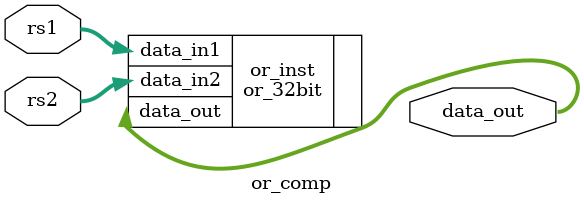
<source format=sv>
module or_comp (
// Input and Output 
	// Input Logic
	input logic		[31 : 0]		rs1,
	input logic 	[31 : 0]		rs2,
	
	// Output logic 
	output logic 	[31 : 0]		data_out
);

// Or element 
or_32bit		or_inst	(
		// Input Logic
			.data_in1		(rs1),
			.data_in2		(rs2),
	
	// Output logic 
			.data_out		(data_out)
);
endmodule

</source>
